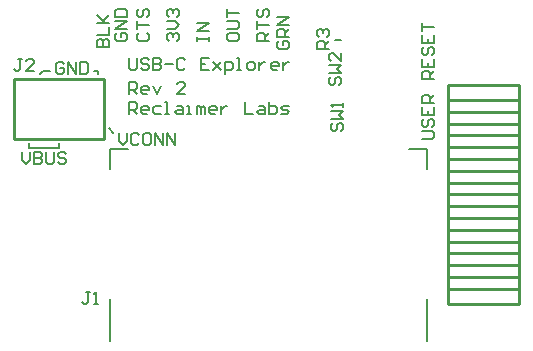
<source format=gto>
G04 Layer_Color=65535*
%FSLAX25Y25*%
%MOIN*%
G70*
G01*
G75*
%ADD18C,0.01000*%
%ADD48C,0.00787*%
%ADD49C,0.00800*%
D18*
X247189Y141004D02*
X270811D01*
X247189Y144941D02*
X270811D01*
X247189Y148878D02*
X270811D01*
X247189Y152815D02*
X270811D01*
X247189Y156752D02*
X270811D01*
X247189Y160689D02*
X270811D01*
X247189Y164626D02*
X270811D01*
X247189Y168563D02*
X270811D01*
X247189Y203996D02*
X270811D01*
X247189Y200059D02*
X270811D01*
X247189Y196122D02*
X270811D01*
X247189Y192185D02*
X270811D01*
X247189Y188248D02*
X270811D01*
X247189Y184311D02*
X270811D01*
X247189Y180374D02*
X270811D01*
X247189Y176437D02*
X270811D01*
X247189Y172500D02*
X270811D01*
X247189Y135886D02*
X270811D01*
Y209114D01*
X247189D02*
X270811D01*
X247189Y135886D02*
Y209114D01*
X102500Y191000D02*
Y211000D01*
X132500D01*
Y191000D02*
Y211000D01*
X102500Y191000D02*
X132500D01*
D48*
X209500Y224000D02*
X211500D01*
D49*
X134500Y123500D02*
Y137500D01*
X240000Y123500D02*
Y137500D01*
X134500Y181000D02*
Y187500D01*
X140500D01*
X234000D02*
X240000D01*
Y181000D02*
Y187500D01*
X107500Y188000D02*
Y189500D01*
Y188000D02*
X117500D01*
Y189500D01*
X134000Y194500D02*
X135500Y193000D01*
X130500Y212500D02*
Y213500D01*
X129000D02*
X130500D01*
X112000D02*
X114500D01*
X111000Y212500D02*
X112000Y213500D01*
X140800Y218069D02*
Y214736D01*
X141466Y214070D01*
X142799D01*
X143466Y214736D01*
Y218069D01*
X147465Y217402D02*
X146798Y218069D01*
X145465D01*
X144799Y217402D01*
Y216736D01*
X145465Y216069D01*
X146798D01*
X147465Y215403D01*
Y214736D01*
X146798Y214070D01*
X145465D01*
X144799Y214736D01*
X148797Y218069D02*
Y214070D01*
X150797D01*
X151463Y214736D01*
Y215403D01*
X150797Y216069D01*
X148797D01*
X150797D01*
X151463Y216736D01*
Y217402D01*
X150797Y218069D01*
X148797D01*
X152796Y216069D02*
X155462D01*
X159461Y217402D02*
X158794Y218069D01*
X157461D01*
X156795Y217402D01*
Y214736D01*
X157461Y214070D01*
X158794D01*
X159461Y214736D01*
X167458Y218069D02*
X164792D01*
Y214070D01*
X167458D01*
X164792Y216069D02*
X166125D01*
X168791Y216736D02*
X171457Y214070D01*
X170124Y215403D01*
X171457Y216736D01*
X168791Y214070D01*
X172790Y212737D02*
Y216736D01*
X174789D01*
X175455Y216069D01*
Y214736D01*
X174789Y214070D01*
X172790D01*
X176788D02*
X178121D01*
X177455D01*
Y218069D01*
X176788D01*
X180787Y214070D02*
X182120D01*
X182786Y214736D01*
Y216069D01*
X182120Y216736D01*
X180787D01*
X180121Y216069D01*
Y214736D01*
X180787Y214070D01*
X184119Y216736D02*
Y214070D01*
Y215403D01*
X184786Y216069D01*
X185452Y216736D01*
X186119D01*
X190117Y214070D02*
X188785D01*
X188118Y214736D01*
Y216069D01*
X188785Y216736D01*
X190117D01*
X190784Y216069D01*
Y215403D01*
X188118D01*
X192117Y216736D02*
Y214070D01*
Y215403D01*
X192783Y216069D01*
X193450Y216736D01*
X194116D01*
X140800Y206018D02*
Y210017D01*
X142799D01*
X143466Y209351D01*
Y208018D01*
X142799Y207351D01*
X140800D01*
X142133D02*
X143466Y206018D01*
X146798D02*
X145465D01*
X144799Y206685D01*
Y208018D01*
X145465Y208684D01*
X146798D01*
X147465Y208018D01*
Y207351D01*
X144799D01*
X148797Y208684D02*
X150130Y206018D01*
X151463Y208684D01*
X159461Y206018D02*
X156795D01*
X159461Y208684D01*
Y209351D01*
X158794Y210017D01*
X157461D01*
X156795Y209351D01*
X140800Y199300D02*
Y203299D01*
X142799D01*
X143466Y202632D01*
Y201299D01*
X142799Y200633D01*
X140800D01*
X142133D02*
X143466Y199300D01*
X146798D02*
X145465D01*
X144799Y199967D01*
Y201299D01*
X145465Y201966D01*
X146798D01*
X147465Y201299D01*
Y200633D01*
X144799D01*
X151463Y201966D02*
X149464D01*
X148797Y201299D01*
Y199967D01*
X149464Y199300D01*
X151463D01*
X152796D02*
X154129D01*
X153463D01*
Y203299D01*
X152796D01*
X156795Y201966D02*
X158128D01*
X158794Y201299D01*
Y199300D01*
X156795D01*
X156128Y199967D01*
X156795Y200633D01*
X158794D01*
X160127Y199300D02*
X161460D01*
X160794D01*
Y201966D01*
X160127D01*
X163459Y199300D02*
Y201966D01*
X164126D01*
X164792Y201299D01*
Y199300D01*
Y201299D01*
X165459Y201966D01*
X166125Y201299D01*
Y199300D01*
X169457D02*
X168124D01*
X167458Y199967D01*
Y201299D01*
X168124Y201966D01*
X169457D01*
X170124Y201299D01*
Y200633D01*
X167458D01*
X171457Y201966D02*
Y199300D01*
Y200633D01*
X172123Y201299D01*
X172790Y201966D01*
X173456D01*
X179454Y203299D02*
Y199300D01*
X182120D01*
X184119Y201966D02*
X185452D01*
X186119Y201299D01*
Y199300D01*
X184119D01*
X183453Y199967D01*
X184119Y200633D01*
X186119D01*
X187452Y203299D02*
Y199300D01*
X189451D01*
X190117Y199967D01*
Y200633D01*
Y201299D01*
X189451Y201966D01*
X187452D01*
X191450Y199300D02*
X193450D01*
X194116Y199967D01*
X193450Y200633D01*
X192117D01*
X191450Y201299D01*
X192117Y201966D01*
X194116D01*
X208668Y196166D02*
X208001Y195499D01*
Y194167D01*
X208668Y193500D01*
X209334D01*
X210001Y194167D01*
Y195499D01*
X210667Y196166D01*
X211334D01*
X212000Y195499D01*
Y194167D01*
X211334Y193500D01*
X208001Y197499D02*
X212000D01*
X210667Y198832D01*
X212000Y200165D01*
X208001D01*
X212000Y201497D02*
Y202830D01*
Y202164D01*
X208001D01*
X208668Y201497D01*
X105166Y217499D02*
X103833D01*
X104499D01*
Y214166D01*
X103833Y213500D01*
X103166D01*
X102500Y214166D01*
X109165Y213500D02*
X106499D01*
X109165Y216166D01*
Y216832D01*
X108498Y217499D01*
X107165D01*
X106499Y216832D01*
X127666Y139999D02*
X126333D01*
X126999D01*
Y136667D01*
X126333Y136000D01*
X125666D01*
X125000Y136667D01*
X128999Y136000D02*
X130332D01*
X129665D01*
Y139999D01*
X128999Y139332D01*
X208168Y211666D02*
X207501Y210999D01*
Y209666D01*
X208168Y209000D01*
X208834D01*
X209501Y209666D01*
Y210999D01*
X210167Y211666D01*
X210834D01*
X211500Y210999D01*
Y209666D01*
X210834Y209000D01*
X207501Y212999D02*
X211500D01*
X210167Y214332D01*
X211500Y215665D01*
X207501D01*
X211500Y219663D02*
Y216997D01*
X208834Y219663D01*
X208168D01*
X207501Y218997D01*
Y217664D01*
X208168Y216997D01*
X207500Y221000D02*
X203501D01*
Y222999D01*
X204168Y223666D01*
X205501D01*
X206167Y222999D01*
Y221000D01*
Y222333D02*
X207500Y223666D01*
X204168Y224999D02*
X203501Y225665D01*
Y226998D01*
X204168Y227664D01*
X204834D01*
X205501Y226998D01*
Y226332D01*
Y226998D01*
X206167Y227664D01*
X206834D01*
X207500Y226998D01*
Y225665D01*
X206834Y224999D01*
X119166Y215832D02*
X118499Y216499D01*
X117166D01*
X116500Y215832D01*
Y213166D01*
X117166Y212500D01*
X118499D01*
X119166Y213166D01*
Y214499D01*
X117833D01*
X120499Y212500D02*
Y216499D01*
X123164Y212500D01*
Y216499D01*
X124497D02*
Y212500D01*
X126497D01*
X127163Y213166D01*
Y215832D01*
X126497Y216499D01*
X124497D01*
X137500Y192999D02*
Y190333D01*
X138833Y189000D01*
X140166Y190333D01*
Y192999D01*
X144165Y192332D02*
X143498Y192999D01*
X142165D01*
X141499Y192332D01*
Y189666D01*
X142165Y189000D01*
X143498D01*
X144165Y189666D01*
X147497Y192999D02*
X146164D01*
X145497Y192332D01*
Y189666D01*
X146164Y189000D01*
X147497D01*
X148163Y189666D01*
Y192332D01*
X147497Y192999D01*
X149496Y189000D02*
Y192999D01*
X152162Y189000D01*
Y192999D01*
X153495Y189000D02*
Y192999D01*
X156161Y189000D01*
Y192999D01*
X105000Y186499D02*
Y183833D01*
X106333Y182500D01*
X107666Y183833D01*
Y186499D01*
X108999D02*
Y182500D01*
X110998D01*
X111664Y183167D01*
Y183833D01*
X110998Y184499D01*
X108999D01*
X110998D01*
X111664Y185166D01*
Y185832D01*
X110998Y186499D01*
X108999D01*
X112997D02*
Y183167D01*
X113664Y182500D01*
X114997D01*
X115663Y183167D01*
Y186499D01*
X119662Y185832D02*
X118995Y186499D01*
X117663D01*
X116996Y185832D01*
Y185166D01*
X117663Y184499D01*
X118995D01*
X119662Y183833D01*
Y183167D01*
X118995Y182500D01*
X117663D01*
X116996Y183167D01*
X242500Y211000D02*
X238501D01*
Y212999D01*
X239168Y213666D01*
X240501D01*
X241167Y212999D01*
Y211000D01*
Y212333D02*
X242500Y213666D01*
X238501Y217665D02*
Y214999D01*
X242500D01*
Y217665D01*
X240501Y214999D02*
Y216332D01*
X239168Y221663D02*
X238501Y220997D01*
Y219664D01*
X239168Y218997D01*
X239834D01*
X240501Y219664D01*
Y220997D01*
X241167Y221663D01*
X241834D01*
X242500Y220997D01*
Y219664D01*
X241834Y218997D01*
X238501Y225662D02*
Y222996D01*
X242500D01*
Y225662D01*
X240501Y222996D02*
Y224329D01*
X238501Y226995D02*
Y229661D01*
Y228328D01*
X242500D01*
X238501Y191000D02*
X241834D01*
X242500Y191666D01*
Y192999D01*
X241834Y193666D01*
X238501D01*
X239168Y197664D02*
X238501Y196998D01*
Y195665D01*
X239168Y194999D01*
X239834D01*
X240501Y195665D01*
Y196998D01*
X241167Y197664D01*
X241834D01*
X242500Y196998D01*
Y195665D01*
X241834Y194999D01*
X238501Y201663D02*
Y198997D01*
X242500D01*
Y201663D01*
X240501Y198997D02*
Y200330D01*
X242500Y202996D02*
X238501D01*
Y204995D01*
X239168Y205662D01*
X240501D01*
X241167Y204995D01*
Y202996D01*
Y204329D02*
X242500Y205662D01*
X136668Y226166D02*
X136001Y225499D01*
Y224166D01*
X136668Y223500D01*
X139333D01*
X140000Y224166D01*
Y225499D01*
X139333Y226166D01*
X138001D01*
Y224833D01*
X140000Y227499D02*
X136001D01*
X140000Y230165D01*
X136001D01*
Y231497D02*
X140000D01*
Y233497D01*
X139333Y234163D01*
X136668D01*
X136001Y233497D01*
Y231497D01*
X154168Y223500D02*
X153501Y224166D01*
Y225499D01*
X154168Y226166D01*
X154834D01*
X155501Y225499D01*
Y224833D01*
Y225499D01*
X156167Y226166D01*
X156834D01*
X157500Y225499D01*
Y224166D01*
X156834Y223500D01*
X153501Y227499D02*
X156167D01*
X157500Y228832D01*
X156167Y230165D01*
X153501D01*
X154168Y231497D02*
X153501Y232164D01*
Y233497D01*
X154168Y234163D01*
X154834D01*
X155501Y233497D01*
Y232830D01*
Y233497D01*
X156167Y234163D01*
X156834D01*
X157500Y233497D01*
Y232164D01*
X156834Y231497D01*
X130001Y221500D02*
X134000D01*
Y223499D01*
X133334Y224166D01*
X132667D01*
X132001Y223499D01*
Y221500D01*
Y223499D01*
X131334Y224166D01*
X130668D01*
X130001Y223499D01*
Y221500D01*
Y225499D02*
X134000D01*
Y228165D01*
X130001Y229497D02*
X134000D01*
X132667D01*
X130001Y232163D01*
X132001Y230164D01*
X134000Y232163D01*
X190668Y223666D02*
X190001Y222999D01*
Y221666D01*
X190668Y221000D01*
X193333D01*
X194000Y221666D01*
Y222999D01*
X193333Y223666D01*
X192001D01*
Y222333D01*
X194000Y224999D02*
X190001D01*
Y226998D01*
X190668Y227664D01*
X192001D01*
X192667Y226998D01*
Y224999D01*
Y226332D02*
X194000Y227664D01*
Y228997D02*
X190001D01*
X194000Y231663D01*
X190001D01*
X173501Y225499D02*
Y224166D01*
X174168Y223500D01*
X176833D01*
X177500Y224166D01*
Y225499D01*
X176833Y226166D01*
X174168D01*
X173501Y225499D01*
Y227499D02*
X176833D01*
X177500Y228165D01*
Y229498D01*
X176833Y230165D01*
X173501D01*
Y231497D02*
Y234163D01*
Y232830D01*
X177500D01*
X163501Y223500D02*
Y224833D01*
Y224166D01*
X167500D01*
Y223500D01*
Y224833D01*
Y226832D02*
X163501D01*
X167500Y229498D01*
X163501D01*
X187500Y223500D02*
X183501D01*
Y225499D01*
X184168Y226166D01*
X185501D01*
X186167Y225499D01*
Y223500D01*
Y224833D02*
X187500Y226166D01*
X183501Y227499D02*
Y230165D01*
Y228832D01*
X187500D01*
X184168Y234163D02*
X183501Y233497D01*
Y232164D01*
X184168Y231497D01*
X184834D01*
X185501Y232164D01*
Y233497D01*
X186167Y234163D01*
X186834D01*
X187500Y233497D01*
Y232164D01*
X186834Y231497D01*
X144168Y226166D02*
X143501Y225499D01*
Y224166D01*
X144168Y223500D01*
X146834D01*
X147500Y224166D01*
Y225499D01*
X146834Y226166D01*
X143501Y227499D02*
Y230165D01*
Y228832D01*
X147500D01*
X144168Y234163D02*
X143501Y233497D01*
Y232164D01*
X144168Y231497D01*
X144834D01*
X145501Y232164D01*
Y233497D01*
X146167Y234163D01*
X146834D01*
X147500Y233497D01*
Y232164D01*
X146834Y231497D01*
M02*

</source>
